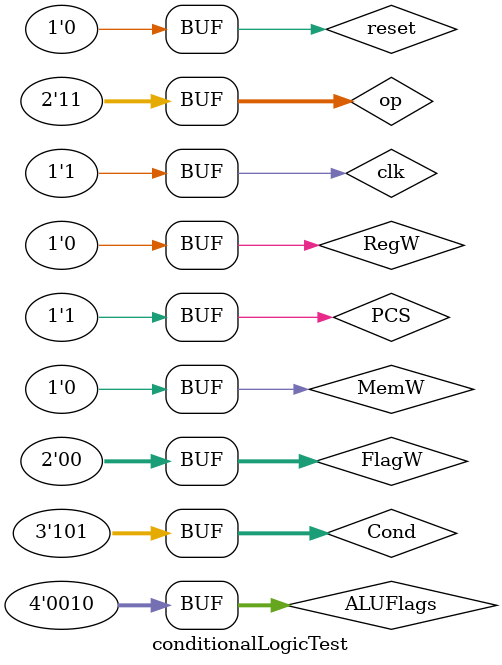
<source format=sv>
module conditionalLogicTest();

	logic clk, reset;
	logic [1:0] op;
	logic [2:0] Cond;	//Código que viene de la instrucción en ejecución.
	logic [3:0] ALUFlags; 	//Flags (NZCV) que vienen desde la ALU. ALUFlags[3:2]-> NZ | ALUFlags[1:0]-> CV
	logic [1:0] FlagW; 		// FlaW[0] -> Para Carry y Overflow Flags. | FlaW[1] -> Para Negative y Zero Flags.
	logic PCS, RegW, MemW, NoWrite;
					  
	logic PCSrc, RegWrite, MemWrite;
	
	ConditionalLogic condLogic(clk, reset,op, Cond, ALUFlags, FlagW, PCS, RegW, MemW, NoWrite,
										PCSrc, RegWrite, MemWrite);
	
	//Creacion de un reloj
	always begin
		clk = 0; #5; clk=~clk; #5;
	end
	
	initial begin
	reset = 1; #1; reset = 0; #4;
	//NZCV
	// CMP R1,R2 ; Donde R1>R2
	op = 2'b00; Cond = 3'b000; PCS = 0; RegW = 0; MemW = 0; FlagW = 2'b11;
	
	ALUFlags = 4'b0010; #5; //El resultado del "CMP R1,R2" genera estos nuevos valores en las flags
	
	//Branch Instruction BGT
	
	op = 2'b11; Cond = 3'b011; PCS = 1; RegW = 0; MemW = 0; FlagW = 2'b00; #5;
	
	//---------------------------------------------------------------------------------------------------
	// CMP R1,R2 ; Donde R1>R2
	op = 2'b00; Cond = 3'b000; PCS = 0; RegW = 0; MemW = 0; FlagW = 2'b11;
	
	ALUFlags = 3'b0010; #10; //El resultado del "CMP R1,R2" genera estos nuevos valores en las flags
	
	//Branch Instruction BLT
	
	op = 2'b11; Cond = 3'b101; PCS = 1; RegW = 0; MemW = 0; FlagW = 2'b00; #5;
	
	end
	
	
endmodule
</source>
